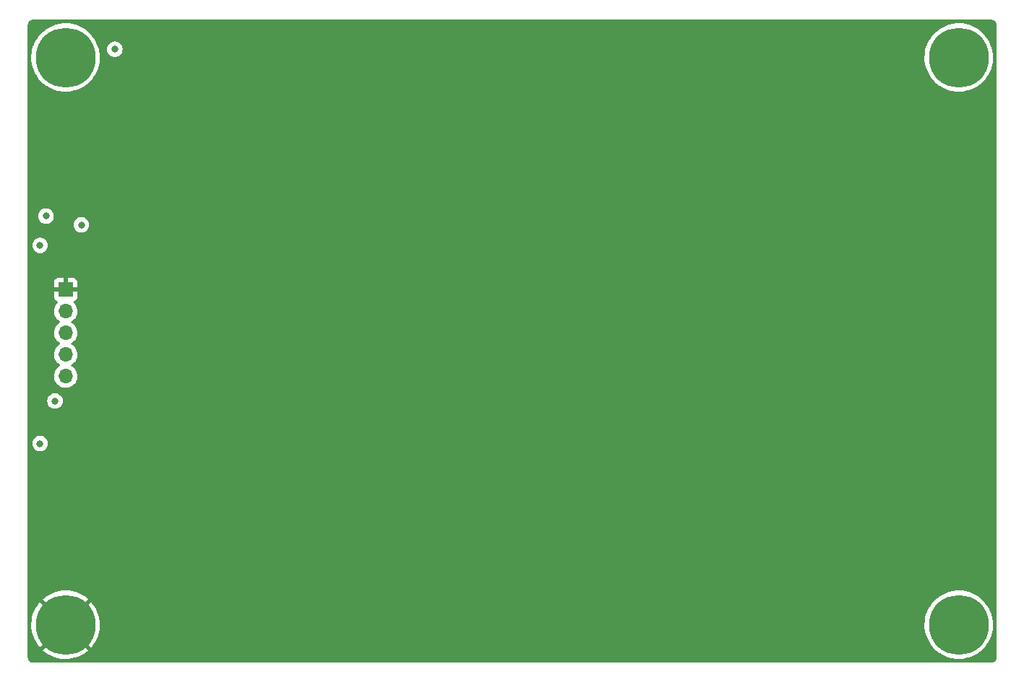
<source format=gbr>
%TF.GenerationSoftware,KiCad,Pcbnew,(6.0.7)*%
%TF.CreationDate,2022-11-11T00:25:46-08:00*%
%TF.ProjectId,LED_Board_s_,4c45445f-426f-4617-9264-5f735f2e6b69,rev?*%
%TF.SameCoordinates,Original*%
%TF.FileFunction,Copper,L4,Bot*%
%TF.FilePolarity,Positive*%
%FSLAX46Y46*%
G04 Gerber Fmt 4.6, Leading zero omitted, Abs format (unit mm)*
G04 Created by KiCad (PCBNEW (6.0.7)) date 2022-11-11 00:25:46*
%MOMM*%
%LPD*%
G01*
G04 APERTURE LIST*
%TA.AperFunction,ComponentPad*%
%ADD10C,0.800000*%
%TD*%
%TA.AperFunction,ComponentPad*%
%ADD11C,7.000000*%
%TD*%
%TA.AperFunction,ComponentPad*%
%ADD12R,1.700000X1.700000*%
%TD*%
%TA.AperFunction,ComponentPad*%
%ADD13O,1.700000X1.700000*%
%TD*%
%TA.AperFunction,ViaPad*%
%ADD14C,0.800000*%
%TD*%
G04 APERTURE END LIST*
D10*
%TO.P,H2,1,1*%
%TO.N,GND*%
X159482893Y-169872893D03*
X159482893Y-164622893D03*
X156857893Y-167247893D03*
D11*
X159482893Y-167247893D03*
D10*
X161339048Y-169104048D03*
X157626738Y-165391738D03*
X157626738Y-169104048D03*
X161339048Y-165391738D03*
X162107893Y-167247893D03*
%TD*%
D11*
%TO.P,H3,1*%
%TO.N,N/C*%
X264132893Y-100697893D03*
%TD*%
%TO.P,H4,1*%
%TO.N,N/C*%
X264132893Y-167247893D03*
%TD*%
%TO.P,H1,1*%
%TO.N,N/C*%
X159482893Y-100697893D03*
%TD*%
D12*
%TO.P,J1,1,Pin_1*%
%TO.N,GND*%
X159500000Y-127925000D03*
D13*
%TO.P,J1,2,Pin_2*%
%TO.N,/SDI*%
X159500000Y-130465000D03*
%TO.P,J1,3,Pin_3*%
%TO.N,/CKI*%
X159500000Y-133005000D03*
%TO.P,J1,4,Pin_4*%
%TO.N,VCC*%
X159500000Y-135545000D03*
%TO.P,J1,5,Pin_5*%
%TO.N,+5VD*%
X159500000Y-138085000D03*
%TD*%
D14*
%TO.N,/CKI*%
X157200000Y-119300000D03*
%TO.N,GND*%
X190500000Y-151750000D03*
X185500000Y-97750000D03*
X253250000Y-101500000D03*
X197500000Y-151750000D03*
X217500000Y-170250000D03*
X188000000Y-128250000D03*
X258000000Y-170250000D03*
X197250000Y-113500000D03*
X245500000Y-97750000D03*
X200750000Y-139750000D03*
X211250000Y-116500000D03*
X220500000Y-170250000D03*
X236500000Y-135250000D03*
X253000000Y-158750000D03*
X188000000Y-109250000D03*
X218250000Y-101500000D03*
X211500000Y-151750000D03*
X224500000Y-170250000D03*
X240250000Y-128250000D03*
X180500000Y-132250000D03*
X228750000Y-113500000D03*
X191000000Y-135250000D03*
X169250000Y-113500000D03*
X200750000Y-120750000D03*
X205500000Y-166500000D03*
X190500000Y-154750000D03*
X252500000Y-170250000D03*
X187000000Y-154750000D03*
X264500000Y-132250000D03*
X193750000Y-116500000D03*
X218250000Y-158750000D03*
X179000000Y-170250000D03*
X257750000Y-147250000D03*
X250500000Y-132250000D03*
X200750000Y-101500000D03*
X238000000Y-170250000D03*
X188000000Y-147250000D03*
X240000000Y-135250000D03*
X172750000Y-113500000D03*
X170000000Y-135250000D03*
X257500000Y-135250000D03*
X263750000Y-116500000D03*
X236000000Y-151750000D03*
X172000000Y-97750000D03*
X212000000Y-132250000D03*
X223000000Y-128250000D03*
X257000000Y-154750000D03*
X250000000Y-151750000D03*
X242000000Y-170250000D03*
X222500000Y-135250000D03*
X179750000Y-113500000D03*
X264500000Y-135250000D03*
X260250000Y-113500000D03*
X243000000Y-154750000D03*
X250500000Y-135250000D03*
X229000000Y-154750000D03*
X183000000Y-140000000D03*
X207750000Y-113500000D03*
X249000000Y-97750000D03*
X235500000Y-158750000D03*
X217500000Y-97750000D03*
X180000000Y-154750000D03*
X224500000Y-97750000D03*
X180500000Y-135250000D03*
X167000000Y-141000000D03*
X193750000Y-113500000D03*
X236000000Y-154750000D03*
X235750000Y-116500000D03*
X182500000Y-170250000D03*
X218500000Y-151750000D03*
X246250000Y-116500000D03*
X170000000Y-132250000D03*
X223000000Y-166500000D03*
X218500000Y-154750000D03*
X240250000Y-109250000D03*
X200750000Y-158750000D03*
X189500000Y-170250000D03*
X183250000Y-116500000D03*
X205000000Y-135250000D03*
X264000000Y-154750000D03*
X215000000Y-151750000D03*
X243000000Y-151750000D03*
X260500000Y-154750000D03*
X214000000Y-170250000D03*
X184000000Y-132250000D03*
X218250000Y-116500000D03*
X225500000Y-154750000D03*
X200000000Y-170250000D03*
X214750000Y-113500000D03*
X190250000Y-113500000D03*
X207750000Y-116500000D03*
X260500000Y-151750000D03*
X219000000Y-132250000D03*
X247000000Y-132250000D03*
X194500000Y-132250000D03*
X223000000Y-147250000D03*
X240250000Y-147250000D03*
X183250000Y-120750000D03*
X175500000Y-170250000D03*
X229500000Y-132250000D03*
X225250000Y-113500000D03*
X242750000Y-116500000D03*
X183500000Y-101500000D03*
X187500000Y-132250000D03*
X208500000Y-132250000D03*
X254000000Y-132250000D03*
X172750000Y-116500000D03*
X239500000Y-151750000D03*
X253250000Y-113500000D03*
X233000000Y-132250000D03*
X250000000Y-154750000D03*
X211500000Y-154750000D03*
X186750000Y-113500000D03*
X245500000Y-170250000D03*
X226000000Y-132250000D03*
X229000000Y-151750000D03*
X168250000Y-97750000D03*
X186000000Y-170250000D03*
X235750000Y-113500000D03*
X225250000Y-116500000D03*
X196500000Y-97750000D03*
X187000000Y-151750000D03*
X205000000Y-132250000D03*
X233000000Y-135250000D03*
X184000000Y-135250000D03*
X175500000Y-97750000D03*
X196500000Y-170250000D03*
X165000000Y-97750000D03*
X193000000Y-170250000D03*
X240500000Y-166500000D03*
X205500000Y-109250000D03*
X176500000Y-151750000D03*
X257500000Y-132250000D03*
X203250000Y-170250000D03*
X169500000Y-151750000D03*
X193000000Y-97750000D03*
X226000000Y-135250000D03*
X208000000Y-151750000D03*
X183500000Y-151750000D03*
X170750000Y-128000000D03*
X166000000Y-120750000D03*
X246500000Y-151750000D03*
X218000000Y-139750000D03*
X194000000Y-154750000D03*
X228000000Y-170250000D03*
X211250000Y-113500000D03*
X249750000Y-116500000D03*
X204250000Y-113500000D03*
X257500000Y-166250000D03*
X173500000Y-132250000D03*
X215500000Y-132250000D03*
X264000000Y-151750000D03*
X179750000Y-116500000D03*
X246500000Y-154750000D03*
X200000000Y-97750000D03*
X205500000Y-128250000D03*
X177000000Y-132250000D03*
X183250000Y-158750000D03*
X232250000Y-113500000D03*
X240000000Y-132250000D03*
X239500000Y-154750000D03*
X214750000Y-116500000D03*
X200750000Y-116500000D03*
X168500000Y-170250000D03*
X173500000Y-135250000D03*
X180000000Y-151750000D03*
X186750000Y-116500000D03*
X173000000Y-154750000D03*
X208000000Y-154750000D03*
X194500000Y-135250000D03*
X256750000Y-113500000D03*
X242750000Y-113500000D03*
X176250000Y-113500000D03*
X222000000Y-154750000D03*
X207000000Y-97750000D03*
X170500000Y-166500000D03*
X239250000Y-116500000D03*
X260250000Y-116500000D03*
X222500000Y-132250000D03*
X263750000Y-113500000D03*
X215000000Y-154750000D03*
X201500000Y-132250000D03*
X222000000Y-151750000D03*
X221000000Y-97750000D03*
X212000000Y-135250000D03*
X232250000Y-116500000D03*
X232500000Y-154750000D03*
X231500000Y-97750000D03*
X218250000Y-113500000D03*
X210500000Y-170250000D03*
X169250000Y-116500000D03*
X257000000Y-151750000D03*
X238000000Y-97750000D03*
X225500000Y-151750000D03*
X201500000Y-135250000D03*
X207000000Y-170250000D03*
X204500000Y-151750000D03*
X182500000Y-97750000D03*
X204250000Y-116500000D03*
X208500000Y-135250000D03*
X159500000Y-125000000D03*
X253000000Y-120750000D03*
X247000000Y-135250000D03*
X190250000Y-116500000D03*
X222750000Y-109250000D03*
X249750000Y-113500000D03*
X198000000Y-132250000D03*
X255500000Y-170250000D03*
X177000000Y-135250000D03*
X172000000Y-170250000D03*
X210500000Y-97750000D03*
X201000000Y-151750000D03*
X228750000Y-116500000D03*
X249000000Y-170250000D03*
X179000000Y-97750000D03*
X253250000Y-116500000D03*
X191000000Y-132250000D03*
X176500000Y-154750000D03*
X214000000Y-97750000D03*
X236500000Y-132250000D03*
X197500000Y-154750000D03*
X243500000Y-135250000D03*
X228000000Y-97750000D03*
X165000000Y-170250000D03*
X261000000Y-132250000D03*
X235500000Y-139750000D03*
X183500000Y-154750000D03*
X254000000Y-135250000D03*
X215500000Y-135250000D03*
X219000000Y-135250000D03*
X197250000Y-116500000D03*
X188000000Y-166500000D03*
X221750000Y-113500000D03*
X198000000Y-135250000D03*
X242000000Y-97750000D03*
X194000000Y-151750000D03*
X235000000Y-170250000D03*
X257750000Y-128250000D03*
X205500000Y-147250000D03*
X218250000Y-120750000D03*
X173000000Y-151750000D03*
X201000000Y-154750000D03*
X261000000Y-135250000D03*
X243500000Y-132250000D03*
X232500000Y-151750000D03*
X204500000Y-154750000D03*
X252500000Y-97750000D03*
X187500000Y-135250000D03*
X253250000Y-139750000D03*
X189500000Y-97750000D03*
X170500000Y-109250000D03*
X235000000Y-97750000D03*
X200750000Y-113500000D03*
X257750000Y-109000000D03*
X255500000Y-97750000D03*
X183250000Y-113500000D03*
X166000000Y-101500000D03*
X229500000Y-135250000D03*
X176250000Y-116500000D03*
X235500000Y-101500000D03*
X256750000Y-116500000D03*
X169500000Y-154750000D03*
X170750000Y-147500000D03*
X231500000Y-170250000D03*
X166000000Y-158500000D03*
X203000000Y-97750000D03*
X253500000Y-151750000D03*
X246250000Y-113500000D03*
X235500000Y-120750000D03*
X221750000Y-116500000D03*
X239250000Y-113500000D03*
X253500000Y-154750000D03*
%TO.N,/SDI_M*%
X165264607Y-99735393D03*
X156500000Y-122750000D03*
X156500000Y-146000000D03*
%TO.N,/CKI_M*%
X161343750Y-120343750D03*
X158250000Y-141000000D03*
%TD*%
%TA.AperFunction,Conductor*%
%TO.N,GND*%
G36*
X268027915Y-96282893D02*
G01*
X268042750Y-96285203D01*
X268042751Y-96285203D01*
X268051621Y-96286584D01*
X268060524Y-96285420D01*
X268060526Y-96285420D01*
X268060650Y-96285404D01*
X268091088Y-96285133D01*
X268123951Y-96288835D01*
X268153158Y-96292126D01*
X268180666Y-96298404D01*
X268257756Y-96325379D01*
X268283176Y-96337620D01*
X268352326Y-96381069D01*
X268374386Y-96398661D01*
X268432135Y-96456409D01*
X268449727Y-96478469D01*
X268493178Y-96547621D01*
X268505420Y-96573041D01*
X268532393Y-96650124D01*
X268538672Y-96677632D01*
X268544919Y-96733072D01*
X268544611Y-96748764D01*
X268545693Y-96748777D01*
X268545584Y-96757746D01*
X268544202Y-96766621D01*
X268548110Y-96796504D01*
X268548329Y-96798180D01*
X268549393Y-96814518D01*
X268549393Y-171123530D01*
X268547893Y-171142915D01*
X268545583Y-171157748D01*
X268545583Y-171157752D01*
X268544202Y-171166621D01*
X268545382Y-171175646D01*
X268545654Y-171206081D01*
X268538661Y-171268154D01*
X268538661Y-171268155D01*
X268532382Y-171295664D01*
X268505408Y-171372752D01*
X268493169Y-171398168D01*
X268449714Y-171467325D01*
X268432125Y-171489380D01*
X268374380Y-171547125D01*
X268352325Y-171564714D01*
X268283168Y-171608169D01*
X268257752Y-171620408D01*
X268180664Y-171647382D01*
X268153159Y-171653660D01*
X268097673Y-171659912D01*
X268082036Y-171659245D01*
X268082018Y-171660694D01*
X268073047Y-171660584D01*
X268064173Y-171659202D01*
X268055270Y-171660366D01*
X268055263Y-171660366D01*
X268032603Y-171663329D01*
X268016267Y-171664393D01*
X155607263Y-171664393D01*
X155587876Y-171662893D01*
X155573043Y-171660583D01*
X155573042Y-171660583D01*
X155564173Y-171659202D01*
X155555271Y-171660366D01*
X155555269Y-171660366D01*
X155555153Y-171660381D01*
X155524704Y-171660652D01*
X155462633Y-171653657D01*
X155435127Y-171647379D01*
X155358045Y-171620406D01*
X155332626Y-171608165D01*
X155302885Y-171589478D01*
X155263476Y-171564716D01*
X155241417Y-171547124D01*
X155183671Y-171489376D01*
X155166080Y-171467317D01*
X155122633Y-171398170D01*
X155110392Y-171372750D01*
X155083418Y-171295663D01*
X155077139Y-171268154D01*
X155076260Y-171260347D01*
X155070877Y-171212567D01*
X155070094Y-171196922D01*
X155070203Y-171188046D01*
X155071584Y-171179173D01*
X155070420Y-171170270D01*
X155070420Y-171170265D01*
X155067457Y-171147603D01*
X155066393Y-171131267D01*
X155066393Y-170258500D01*
X156837826Y-170258500D01*
X156837881Y-170259279D01*
X156843235Y-170267329D01*
X156879853Y-170301714D01*
X156884531Y-170305696D01*
X157190279Y-170541153D01*
X157195322Y-170544658D01*
X157522587Y-170749155D01*
X157527944Y-170752149D01*
X157873602Y-170923736D01*
X157879242Y-170926200D01*
X158239969Y-171063227D01*
X158245841Y-171065135D01*
X158618237Y-171166313D01*
X158624214Y-171167627D01*
X159004736Y-171231988D01*
X159010822Y-171232713D01*
X159395789Y-171259633D01*
X159401925Y-171259761D01*
X159787680Y-171248986D01*
X159793811Y-171248514D01*
X160176648Y-171200150D01*
X160182721Y-171199080D01*
X160559028Y-171113585D01*
X160564943Y-171111933D01*
X160931108Y-170990127D01*
X160936842Y-170987903D01*
X161289390Y-170830939D01*
X161294859Y-170828176D01*
X161630409Y-170637557D01*
X161635583Y-170634273D01*
X161950927Y-170411822D01*
X161955765Y-170408042D01*
X162118133Y-170267891D01*
X162126548Y-170254851D01*
X162120609Y-170244819D01*
X159495705Y-167619915D01*
X159481761Y-167612301D01*
X159479928Y-167612432D01*
X159473313Y-167616683D01*
X156845440Y-170244556D01*
X156837826Y-170258500D01*
X155066393Y-170258500D01*
X155066393Y-167194954D01*
X155470558Y-167194954D01*
X155484025Y-167580599D01*
X155484540Y-167586731D01*
X155535578Y-167969240D01*
X155536685Y-167975276D01*
X155624806Y-168350983D01*
X155626501Y-168356893D01*
X155750861Y-168722199D01*
X155753128Y-168727924D01*
X155912536Y-169079337D01*
X155915358Y-169084827D01*
X156108300Y-169419012D01*
X156111630Y-169424180D01*
X156336268Y-169737952D01*
X156340090Y-169742774D01*
X156462926Y-169883088D01*
X156476140Y-169891486D01*
X156485936Y-169885640D01*
X159110871Y-167260705D01*
X159117249Y-167249025D01*
X159847301Y-167249025D01*
X159847432Y-167250858D01*
X159851683Y-167257473D01*
X162480257Y-169886047D01*
X162494201Y-169893661D01*
X162495216Y-169893589D01*
X162502947Y-169888486D01*
X162518460Y-169872195D01*
X162522488Y-169867530D01*
X162760061Y-169563451D01*
X162763615Y-169558411D01*
X162970379Y-169232605D01*
X162973422Y-169227249D01*
X163147413Y-168882803D01*
X163149909Y-168877199D01*
X163289461Y-168517411D01*
X163291402Y-168511577D01*
X163395181Y-168139881D01*
X163396537Y-168133910D01*
X163463553Y-167753852D01*
X163464320Y-167747779D01*
X163494012Y-167361893D01*
X163494189Y-167357978D01*
X163495699Y-167249867D01*
X163495631Y-167245923D01*
X163492987Y-167191858D01*
X260119950Y-167191858D01*
X260133634Y-167583720D01*
X260134040Y-167586764D01*
X260134041Y-167586774D01*
X260137465Y-167612432D01*
X260185492Y-167972377D01*
X260275029Y-168354118D01*
X260401389Y-168725300D01*
X260563368Y-169082380D01*
X260759418Y-169421949D01*
X260761207Y-169424447D01*
X260761209Y-169424451D01*
X260985654Y-169737952D01*
X260987669Y-169740767D01*
X260989695Y-169743082D01*
X260989698Y-169743085D01*
X261119614Y-169891486D01*
X261245942Y-170035789D01*
X261531771Y-170304201D01*
X261669730Y-170410443D01*
X261839461Y-170541153D01*
X261842429Y-170543439D01*
X261845032Y-170545066D01*
X261845037Y-170545069D01*
X261964469Y-170619698D01*
X262174949Y-170751221D01*
X262526159Y-170925563D01*
X262892705Y-171064800D01*
X263271088Y-171167605D01*
X263506176Y-171207367D01*
X263654676Y-171232484D01*
X263654679Y-171232484D01*
X263657698Y-171232995D01*
X263812337Y-171243809D01*
X264045778Y-171260133D01*
X264045786Y-171260133D01*
X264048844Y-171260347D01*
X264300930Y-171253306D01*
X264437718Y-171249485D01*
X264437721Y-171249485D01*
X264440792Y-171249399D01*
X264443845Y-171249013D01*
X264443849Y-171249013D01*
X264585469Y-171231122D01*
X264829801Y-171200255D01*
X264832805Y-171199573D01*
X264832808Y-171199572D01*
X265209162Y-171114067D01*
X265209168Y-171114065D01*
X265212158Y-171113386D01*
X265216526Y-171111933D01*
X265581289Y-170990593D01*
X265581295Y-170990591D01*
X265584213Y-170989620D01*
X265587023Y-170988369D01*
X265939615Y-170831385D01*
X265939621Y-170831382D01*
X265942415Y-170830138D01*
X265945869Y-170828176D01*
X266280677Y-170637979D01*
X266280683Y-170637976D01*
X266283345Y-170636463D01*
X266603748Y-170410443D01*
X266729283Y-170302085D01*
X266898240Y-170156246D01*
X266898244Y-170156242D01*
X266900567Y-170154237D01*
X267170967Y-169870288D01*
X267412368Y-169561308D01*
X267622467Y-169230247D01*
X267623982Y-169227249D01*
X267797870Y-168883006D01*
X267799256Y-168880263D01*
X267800366Y-168877402D01*
X267939934Y-168517574D01*
X267939937Y-168517565D01*
X267941049Y-168514698D01*
X268046493Y-168137041D01*
X268114581Y-167750897D01*
X268127681Y-167580640D01*
X268144512Y-167361906D01*
X268144513Y-167361893D01*
X268144662Y-167359952D01*
X268146227Y-167247893D01*
X268145759Y-167238313D01*
X268135877Y-167036268D01*
X268127073Y-166856260D01*
X268069794Y-166468366D01*
X267974936Y-166087912D01*
X267954903Y-166031651D01*
X267844437Y-165721429D01*
X267843405Y-165718530D01*
X267676457Y-165363747D01*
X267674890Y-165361118D01*
X267674885Y-165361109D01*
X267477254Y-165029582D01*
X267475684Y-165026948D01*
X267473870Y-165024488D01*
X267473865Y-165024480D01*
X267244826Y-164713819D01*
X267244824Y-164713816D01*
X267243004Y-164711348D01*
X266980637Y-164419961D01*
X266691088Y-164155566D01*
X266377121Y-163920688D01*
X266328908Y-163891489D01*
X266044360Y-163719160D01*
X266044351Y-163719155D01*
X266041732Y-163717569D01*
X265688122Y-163548148D01*
X265685232Y-163547096D01*
X265685227Y-163547094D01*
X265322567Y-163415097D01*
X265322564Y-163415096D01*
X265319668Y-163414042D01*
X264944778Y-163317786D01*
X264942870Y-163317296D01*
X264942867Y-163317295D01*
X264939886Y-163316530D01*
X264552401Y-163256544D01*
X264160911Y-163234657D01*
X264157832Y-163234786D01*
X264157829Y-163234786D01*
X263902081Y-163245505D01*
X263769154Y-163251076D01*
X263766110Y-163251504D01*
X263766108Y-163251504D01*
X263555671Y-163281079D01*
X263380869Y-163305646D01*
X262999762Y-163397846D01*
X262629472Y-163526795D01*
X262273531Y-163691262D01*
X261935339Y-163889678D01*
X261775337Y-164005926D01*
X261620604Y-164118346D01*
X261620598Y-164118351D01*
X261618123Y-164120149D01*
X261615837Y-164122178D01*
X261615834Y-164122181D01*
X261575468Y-164158020D01*
X261324910Y-164380476D01*
X261322831Y-164382721D01*
X261322824Y-164382728D01*
X261113268Y-164609029D01*
X261058501Y-164668172D01*
X260821437Y-164980492D01*
X260615982Y-165314455D01*
X260444096Y-165666873D01*
X260443024Y-165669757D01*
X260443023Y-165669758D01*
X260425850Y-165715936D01*
X260307420Y-166034382D01*
X260207260Y-166413474D01*
X260144570Y-166800531D01*
X260144376Y-166803611D01*
X260144376Y-166803613D01*
X260140871Y-166859333D01*
X260119950Y-167191858D01*
X163492987Y-167191858D01*
X163476725Y-166859382D01*
X163476124Y-166853258D01*
X163419755Y-166471524D01*
X163418555Y-166465462D01*
X163325205Y-166091058D01*
X163323420Y-166085143D01*
X163193975Y-165721620D01*
X163191632Y-165715936D01*
X163027327Y-165366770D01*
X163024438Y-165361336D01*
X162826848Y-165029876D01*
X162823440Y-165024746D01*
X162594440Y-164714137D01*
X162590560Y-164709380D01*
X162503211Y-164612368D01*
X162489690Y-164604038D01*
X162489613Y-164604039D01*
X162480327Y-164609669D01*
X159854915Y-167235081D01*
X159847301Y-167249025D01*
X159117249Y-167249025D01*
X159118485Y-167246761D01*
X159118354Y-167244928D01*
X159114103Y-167238313D01*
X156486795Y-164611005D01*
X156472851Y-164603391D01*
X156472305Y-164603430D01*
X156463948Y-164609029D01*
X156410970Y-164666240D01*
X156407025Y-164670942D01*
X156173714Y-164978319D01*
X156170236Y-164983397D01*
X155968034Y-165312072D01*
X155965069Y-165317465D01*
X155795907Y-165664299D01*
X155793481Y-165669957D01*
X155658969Y-166031651D01*
X155657111Y-166037508D01*
X155558533Y-166410611D01*
X155557258Y-166416611D01*
X155495560Y-166797541D01*
X155494873Y-166803669D01*
X155470644Y-167188779D01*
X155470558Y-167194954D01*
X155066393Y-167194954D01*
X155066393Y-164241207D01*
X156839227Y-164241207D01*
X156844977Y-164250767D01*
X159470081Y-166875871D01*
X159484025Y-166883485D01*
X159485858Y-166883354D01*
X159492473Y-166879103D01*
X162119356Y-164252220D01*
X162126970Y-164238276D01*
X162126948Y-164237965D01*
X162121097Y-164229299D01*
X162043036Y-164158020D01*
X162038309Y-164154110D01*
X161729312Y-163922952D01*
X161724206Y-163919507D01*
X161394128Y-163719604D01*
X161388715Y-163716677D01*
X161040701Y-163549937D01*
X161035034Y-163547555D01*
X160672419Y-163415575D01*
X160666531Y-163413753D01*
X160292769Y-163317786D01*
X160286747Y-163316550D01*
X159905378Y-163257511D01*
X159899290Y-163256871D01*
X159513978Y-163235329D01*
X159507826Y-163235286D01*
X159122280Y-163251445D01*
X159116154Y-163252002D01*
X158734016Y-163305708D01*
X158727963Y-163306863D01*
X158352893Y-163397602D01*
X158346996Y-163399338D01*
X157982574Y-163526243D01*
X157976861Y-163528551D01*
X157626560Y-163690412D01*
X157621106Y-163693264D01*
X157288269Y-163888539D01*
X157283121Y-163891908D01*
X156970918Y-164118736D01*
X156966140Y-164122577D01*
X156847604Y-164227819D01*
X156839227Y-164241207D01*
X155066393Y-164241207D01*
X155066393Y-146000000D01*
X155586496Y-146000000D01*
X155606458Y-146189928D01*
X155665473Y-146371556D01*
X155760960Y-146536944D01*
X155888747Y-146678866D01*
X156043248Y-146791118D01*
X156049276Y-146793802D01*
X156049278Y-146793803D01*
X156211681Y-146866109D01*
X156217712Y-146868794D01*
X156311113Y-146888647D01*
X156398056Y-146907128D01*
X156398061Y-146907128D01*
X156404513Y-146908500D01*
X156595487Y-146908500D01*
X156601939Y-146907128D01*
X156601944Y-146907128D01*
X156688887Y-146888647D01*
X156782288Y-146868794D01*
X156788319Y-146866109D01*
X156950722Y-146793803D01*
X156950724Y-146793802D01*
X156956752Y-146791118D01*
X157111253Y-146678866D01*
X157239040Y-146536944D01*
X157334527Y-146371556D01*
X157393542Y-146189928D01*
X157413504Y-146000000D01*
X157393542Y-145810072D01*
X157334527Y-145628444D01*
X157239040Y-145463056D01*
X157111253Y-145321134D01*
X156956752Y-145208882D01*
X156950724Y-145206198D01*
X156950722Y-145206197D01*
X156788319Y-145133891D01*
X156788318Y-145133891D01*
X156782288Y-145131206D01*
X156688888Y-145111353D01*
X156601944Y-145092872D01*
X156601939Y-145092872D01*
X156595487Y-145091500D01*
X156404513Y-145091500D01*
X156398061Y-145092872D01*
X156398056Y-145092872D01*
X156311112Y-145111353D01*
X156217712Y-145131206D01*
X156211682Y-145133891D01*
X156211681Y-145133891D01*
X156049278Y-145206197D01*
X156049276Y-145206198D01*
X156043248Y-145208882D01*
X155888747Y-145321134D01*
X155760960Y-145463056D01*
X155665473Y-145628444D01*
X155606458Y-145810072D01*
X155586496Y-146000000D01*
X155066393Y-146000000D01*
X155066393Y-141000000D01*
X157336496Y-141000000D01*
X157356458Y-141189928D01*
X157415473Y-141371556D01*
X157510960Y-141536944D01*
X157638747Y-141678866D01*
X157793248Y-141791118D01*
X157799276Y-141793802D01*
X157799278Y-141793803D01*
X157961681Y-141866109D01*
X157967712Y-141868794D01*
X158061112Y-141888647D01*
X158148056Y-141907128D01*
X158148061Y-141907128D01*
X158154513Y-141908500D01*
X158345487Y-141908500D01*
X158351939Y-141907128D01*
X158351944Y-141907128D01*
X158438888Y-141888647D01*
X158532288Y-141868794D01*
X158538319Y-141866109D01*
X158700722Y-141793803D01*
X158700724Y-141793802D01*
X158706752Y-141791118D01*
X158861253Y-141678866D01*
X158989040Y-141536944D01*
X159084527Y-141371556D01*
X159143542Y-141189928D01*
X159163504Y-141000000D01*
X159143542Y-140810072D01*
X159084527Y-140628444D01*
X158989040Y-140463056D01*
X158861253Y-140321134D01*
X158706752Y-140208882D01*
X158700724Y-140206198D01*
X158700722Y-140206197D01*
X158538319Y-140133891D01*
X158538318Y-140133891D01*
X158532288Y-140131206D01*
X158438888Y-140111353D01*
X158351944Y-140092872D01*
X158351939Y-140092872D01*
X158345487Y-140091500D01*
X158154513Y-140091500D01*
X158148061Y-140092872D01*
X158148056Y-140092872D01*
X158061112Y-140111353D01*
X157967712Y-140131206D01*
X157961682Y-140133891D01*
X157961681Y-140133891D01*
X157799278Y-140206197D01*
X157799276Y-140206198D01*
X157793248Y-140208882D01*
X157638747Y-140321134D01*
X157510960Y-140463056D01*
X157415473Y-140628444D01*
X157356458Y-140810072D01*
X157336496Y-141000000D01*
X155066393Y-141000000D01*
X155066393Y-138051695D01*
X158137251Y-138051695D01*
X158137548Y-138056848D01*
X158137548Y-138056851D01*
X158143011Y-138151590D01*
X158150110Y-138274715D01*
X158151247Y-138279761D01*
X158151248Y-138279767D01*
X158171119Y-138367939D01*
X158199222Y-138492639D01*
X158283266Y-138699616D01*
X158399987Y-138890088D01*
X158546250Y-139058938D01*
X158718126Y-139201632D01*
X158911000Y-139314338D01*
X159119692Y-139394030D01*
X159124760Y-139395061D01*
X159124763Y-139395062D01*
X159232017Y-139416883D01*
X159338597Y-139438567D01*
X159343772Y-139438757D01*
X159343774Y-139438757D01*
X159556673Y-139446564D01*
X159556677Y-139446564D01*
X159561837Y-139446753D01*
X159566957Y-139446097D01*
X159566959Y-139446097D01*
X159778288Y-139419025D01*
X159778289Y-139419025D01*
X159783416Y-139418368D01*
X159788366Y-139416883D01*
X159992429Y-139355661D01*
X159992434Y-139355659D01*
X159997384Y-139354174D01*
X160197994Y-139255896D01*
X160379860Y-139126173D01*
X160538096Y-138968489D01*
X160597594Y-138885689D01*
X160665435Y-138791277D01*
X160668453Y-138787077D01*
X160767430Y-138586811D01*
X160832370Y-138373069D01*
X160861529Y-138151590D01*
X160863156Y-138085000D01*
X160844852Y-137862361D01*
X160790431Y-137645702D01*
X160701354Y-137440840D01*
X160580014Y-137253277D01*
X160429670Y-137088051D01*
X160425619Y-137084852D01*
X160425615Y-137084848D01*
X160258414Y-136952800D01*
X160258410Y-136952798D01*
X160254359Y-136949598D01*
X160213053Y-136926796D01*
X160163084Y-136876364D01*
X160148312Y-136806921D01*
X160173428Y-136740516D01*
X160200780Y-136713909D01*
X160244603Y-136682650D01*
X160379860Y-136586173D01*
X160538096Y-136428489D01*
X160597594Y-136345689D01*
X160665435Y-136251277D01*
X160668453Y-136247077D01*
X160767430Y-136046811D01*
X160832370Y-135833069D01*
X160861529Y-135611590D01*
X160863156Y-135545000D01*
X160844852Y-135322361D01*
X160790431Y-135105702D01*
X160701354Y-134900840D01*
X160580014Y-134713277D01*
X160429670Y-134548051D01*
X160425619Y-134544852D01*
X160425615Y-134544848D01*
X160258414Y-134412800D01*
X160258410Y-134412798D01*
X160254359Y-134409598D01*
X160213053Y-134386796D01*
X160163084Y-134336364D01*
X160148312Y-134266921D01*
X160173428Y-134200516D01*
X160200780Y-134173909D01*
X160244603Y-134142650D01*
X160379860Y-134046173D01*
X160538096Y-133888489D01*
X160597594Y-133805689D01*
X160665435Y-133711277D01*
X160668453Y-133707077D01*
X160767430Y-133506811D01*
X160832370Y-133293069D01*
X160861529Y-133071590D01*
X160863156Y-133005000D01*
X160844852Y-132782361D01*
X160790431Y-132565702D01*
X160701354Y-132360840D01*
X160580014Y-132173277D01*
X160429670Y-132008051D01*
X160425619Y-132004852D01*
X160425615Y-132004848D01*
X160258414Y-131872800D01*
X160258410Y-131872798D01*
X160254359Y-131869598D01*
X160213053Y-131846796D01*
X160163084Y-131796364D01*
X160148312Y-131726921D01*
X160173428Y-131660516D01*
X160200780Y-131633909D01*
X160244603Y-131602650D01*
X160379860Y-131506173D01*
X160538096Y-131348489D01*
X160597594Y-131265689D01*
X160665435Y-131171277D01*
X160668453Y-131167077D01*
X160767430Y-130966811D01*
X160832370Y-130753069D01*
X160861529Y-130531590D01*
X160863156Y-130465000D01*
X160844852Y-130242361D01*
X160790431Y-130025702D01*
X160701354Y-129820840D01*
X160580014Y-129633277D01*
X160576540Y-129629459D01*
X160576533Y-129629450D01*
X160432435Y-129471088D01*
X160401383Y-129407242D01*
X160409779Y-129336744D01*
X160454956Y-129281976D01*
X160481400Y-129268307D01*
X160588052Y-129228325D01*
X160603649Y-129219786D01*
X160705724Y-129143285D01*
X160718285Y-129130724D01*
X160794786Y-129028649D01*
X160803324Y-129013054D01*
X160848478Y-128892606D01*
X160852105Y-128877351D01*
X160857631Y-128826486D01*
X160858000Y-128819672D01*
X160858000Y-128197115D01*
X160853525Y-128181876D01*
X160852135Y-128180671D01*
X160844452Y-128179000D01*
X158160116Y-128179000D01*
X158144877Y-128183475D01*
X158143672Y-128184865D01*
X158142001Y-128192548D01*
X158142001Y-128819669D01*
X158142371Y-128826490D01*
X158147895Y-128877352D01*
X158151521Y-128892604D01*
X158196676Y-129013054D01*
X158205214Y-129028649D01*
X158281715Y-129130724D01*
X158294276Y-129143285D01*
X158396351Y-129219786D01*
X158411946Y-129228324D01*
X158520827Y-129269142D01*
X158577591Y-129311784D01*
X158602291Y-129378345D01*
X158587083Y-129447694D01*
X158567691Y-129474175D01*
X158444200Y-129603401D01*
X158440629Y-129607138D01*
X158314743Y-129791680D01*
X158220688Y-129994305D01*
X158160989Y-130209570D01*
X158137251Y-130431695D01*
X158137548Y-130436848D01*
X158137548Y-130436851D01*
X158143011Y-130531590D01*
X158150110Y-130654715D01*
X158151247Y-130659761D01*
X158151248Y-130659767D01*
X158171119Y-130747939D01*
X158199222Y-130872639D01*
X158283266Y-131079616D01*
X158399987Y-131270088D01*
X158546250Y-131438938D01*
X158718126Y-131581632D01*
X158788595Y-131622811D01*
X158791445Y-131624476D01*
X158840169Y-131676114D01*
X158853240Y-131745897D01*
X158826509Y-131811669D01*
X158786055Y-131845027D01*
X158773607Y-131851507D01*
X158769474Y-131854610D01*
X158769471Y-131854612D01*
X158745247Y-131872800D01*
X158594965Y-131985635D01*
X158440629Y-132147138D01*
X158314743Y-132331680D01*
X158220688Y-132534305D01*
X158160989Y-132749570D01*
X158137251Y-132971695D01*
X158137548Y-132976848D01*
X158137548Y-132976851D01*
X158143011Y-133071590D01*
X158150110Y-133194715D01*
X158151247Y-133199761D01*
X158151248Y-133199767D01*
X158171119Y-133287939D01*
X158199222Y-133412639D01*
X158283266Y-133619616D01*
X158399987Y-133810088D01*
X158546250Y-133978938D01*
X158718126Y-134121632D01*
X158788595Y-134162811D01*
X158791445Y-134164476D01*
X158840169Y-134216114D01*
X158853240Y-134285897D01*
X158826509Y-134351669D01*
X158786055Y-134385027D01*
X158773607Y-134391507D01*
X158769474Y-134394610D01*
X158769471Y-134394612D01*
X158745247Y-134412800D01*
X158594965Y-134525635D01*
X158440629Y-134687138D01*
X158314743Y-134871680D01*
X158220688Y-135074305D01*
X158160989Y-135289570D01*
X158137251Y-135511695D01*
X158137548Y-135516848D01*
X158137548Y-135516851D01*
X158143011Y-135611590D01*
X158150110Y-135734715D01*
X158151247Y-135739761D01*
X158151248Y-135739767D01*
X158171119Y-135827939D01*
X158199222Y-135952639D01*
X158283266Y-136159616D01*
X158399987Y-136350088D01*
X158546250Y-136518938D01*
X158718126Y-136661632D01*
X158788595Y-136702811D01*
X158791445Y-136704476D01*
X158840169Y-136756114D01*
X158853240Y-136825897D01*
X158826509Y-136891669D01*
X158786055Y-136925027D01*
X158773607Y-136931507D01*
X158769474Y-136934610D01*
X158769471Y-136934612D01*
X158745247Y-136952800D01*
X158594965Y-137065635D01*
X158440629Y-137227138D01*
X158314743Y-137411680D01*
X158220688Y-137614305D01*
X158160989Y-137829570D01*
X158137251Y-138051695D01*
X155066393Y-138051695D01*
X155066393Y-127652885D01*
X158142000Y-127652885D01*
X158146475Y-127668124D01*
X158147865Y-127669329D01*
X158155548Y-127671000D01*
X159227885Y-127671000D01*
X159243124Y-127666525D01*
X159244329Y-127665135D01*
X159246000Y-127657452D01*
X159246000Y-127652885D01*
X159754000Y-127652885D01*
X159758475Y-127668124D01*
X159759865Y-127669329D01*
X159767548Y-127671000D01*
X160839884Y-127671000D01*
X160855123Y-127666525D01*
X160856328Y-127665135D01*
X160857999Y-127657452D01*
X160857999Y-127030331D01*
X160857629Y-127023510D01*
X160852105Y-126972648D01*
X160848479Y-126957396D01*
X160803324Y-126836946D01*
X160794786Y-126821351D01*
X160718285Y-126719276D01*
X160705724Y-126706715D01*
X160603649Y-126630214D01*
X160588054Y-126621676D01*
X160467606Y-126576522D01*
X160452351Y-126572895D01*
X160401486Y-126567369D01*
X160394672Y-126567000D01*
X159772115Y-126567000D01*
X159756876Y-126571475D01*
X159755671Y-126572865D01*
X159754000Y-126580548D01*
X159754000Y-127652885D01*
X159246000Y-127652885D01*
X159246000Y-126585116D01*
X159241525Y-126569877D01*
X159240135Y-126568672D01*
X159232452Y-126567001D01*
X158605331Y-126567001D01*
X158598510Y-126567371D01*
X158547648Y-126572895D01*
X158532396Y-126576521D01*
X158411946Y-126621676D01*
X158396351Y-126630214D01*
X158294276Y-126706715D01*
X158281715Y-126719276D01*
X158205214Y-126821351D01*
X158196676Y-126836946D01*
X158151522Y-126957394D01*
X158147895Y-126972649D01*
X158142369Y-127023514D01*
X158142000Y-127030328D01*
X158142000Y-127652885D01*
X155066393Y-127652885D01*
X155066393Y-122750000D01*
X155586496Y-122750000D01*
X155606458Y-122939928D01*
X155665473Y-123121556D01*
X155760960Y-123286944D01*
X155888747Y-123428866D01*
X156043248Y-123541118D01*
X156049276Y-123543802D01*
X156049278Y-123543803D01*
X156211681Y-123616109D01*
X156217712Y-123618794D01*
X156311112Y-123638647D01*
X156398056Y-123657128D01*
X156398061Y-123657128D01*
X156404513Y-123658500D01*
X156595487Y-123658500D01*
X156601939Y-123657128D01*
X156601944Y-123657128D01*
X156688888Y-123638647D01*
X156782288Y-123618794D01*
X156788319Y-123616109D01*
X156950722Y-123543803D01*
X156950724Y-123543802D01*
X156956752Y-123541118D01*
X157111253Y-123428866D01*
X157239040Y-123286944D01*
X157334527Y-123121556D01*
X157393542Y-122939928D01*
X157413504Y-122750000D01*
X157393542Y-122560072D01*
X157334527Y-122378444D01*
X157239040Y-122213056D01*
X157111253Y-122071134D01*
X156956752Y-121958882D01*
X156950724Y-121956198D01*
X156950722Y-121956197D01*
X156788319Y-121883891D01*
X156788318Y-121883891D01*
X156782288Y-121881206D01*
X156688888Y-121861353D01*
X156601944Y-121842872D01*
X156601939Y-121842872D01*
X156595487Y-121841500D01*
X156404513Y-121841500D01*
X156398061Y-121842872D01*
X156398056Y-121842872D01*
X156311112Y-121861353D01*
X156217712Y-121881206D01*
X156211682Y-121883891D01*
X156211681Y-121883891D01*
X156049278Y-121956197D01*
X156049276Y-121956198D01*
X156043248Y-121958882D01*
X155888747Y-122071134D01*
X155760960Y-122213056D01*
X155665473Y-122378444D01*
X155606458Y-122560072D01*
X155586496Y-122750000D01*
X155066393Y-122750000D01*
X155066393Y-120343750D01*
X160430246Y-120343750D01*
X160450208Y-120533678D01*
X160509223Y-120715306D01*
X160604710Y-120880694D01*
X160732497Y-121022616D01*
X160886998Y-121134868D01*
X160893026Y-121137552D01*
X160893028Y-121137553D01*
X161055431Y-121209859D01*
X161061462Y-121212544D01*
X161154862Y-121232397D01*
X161241806Y-121250878D01*
X161241811Y-121250878D01*
X161248263Y-121252250D01*
X161439237Y-121252250D01*
X161445689Y-121250878D01*
X161445694Y-121250878D01*
X161532638Y-121232397D01*
X161626038Y-121212544D01*
X161632069Y-121209859D01*
X161794472Y-121137553D01*
X161794474Y-121137552D01*
X161800502Y-121134868D01*
X161955003Y-121022616D01*
X162082790Y-120880694D01*
X162178277Y-120715306D01*
X162237292Y-120533678D01*
X162257254Y-120343750D01*
X162238866Y-120168794D01*
X162237982Y-120160385D01*
X162237982Y-120160383D01*
X162237292Y-120153822D01*
X162178277Y-119972194D01*
X162082790Y-119806806D01*
X161966164Y-119677279D01*
X161959425Y-119669795D01*
X161959424Y-119669794D01*
X161955003Y-119664884D01*
X161800502Y-119552632D01*
X161794474Y-119549948D01*
X161794472Y-119549947D01*
X161632069Y-119477641D01*
X161632068Y-119477641D01*
X161626038Y-119474956D01*
X161532637Y-119455103D01*
X161445694Y-119436622D01*
X161445689Y-119436622D01*
X161439237Y-119435250D01*
X161248263Y-119435250D01*
X161241811Y-119436622D01*
X161241806Y-119436622D01*
X161154863Y-119455103D01*
X161061462Y-119474956D01*
X161055432Y-119477641D01*
X161055431Y-119477641D01*
X160893028Y-119549947D01*
X160893026Y-119549948D01*
X160886998Y-119552632D01*
X160732497Y-119664884D01*
X160728076Y-119669794D01*
X160728075Y-119669795D01*
X160721337Y-119677279D01*
X160604710Y-119806806D01*
X160509223Y-119972194D01*
X160450208Y-120153822D01*
X160449518Y-120160383D01*
X160449518Y-120160385D01*
X160448634Y-120168794D01*
X160430246Y-120343750D01*
X155066393Y-120343750D01*
X155066393Y-119300000D01*
X156286496Y-119300000D01*
X156287186Y-119306565D01*
X156305167Y-119477641D01*
X156306458Y-119489928D01*
X156365473Y-119671556D01*
X156460960Y-119836944D01*
X156465378Y-119841851D01*
X156465379Y-119841852D01*
X156584325Y-119973955D01*
X156588747Y-119978866D01*
X156743248Y-120091118D01*
X156749276Y-120093802D01*
X156749278Y-120093803D01*
X156869983Y-120147544D01*
X156917712Y-120168794D01*
X157011112Y-120188647D01*
X157098056Y-120207128D01*
X157098061Y-120207128D01*
X157104513Y-120208500D01*
X157295487Y-120208500D01*
X157301939Y-120207128D01*
X157301944Y-120207128D01*
X157388888Y-120188647D01*
X157482288Y-120168794D01*
X157530017Y-120147544D01*
X157650722Y-120093803D01*
X157650724Y-120093802D01*
X157656752Y-120091118D01*
X157811253Y-119978866D01*
X157815675Y-119973955D01*
X157934621Y-119841852D01*
X157934622Y-119841851D01*
X157939040Y-119836944D01*
X158034527Y-119671556D01*
X158093542Y-119489928D01*
X158094834Y-119477641D01*
X158112814Y-119306565D01*
X158113504Y-119300000D01*
X158093542Y-119110072D01*
X158034527Y-118928444D01*
X157939040Y-118763056D01*
X157811253Y-118621134D01*
X157656752Y-118508882D01*
X157650724Y-118506198D01*
X157650722Y-118506197D01*
X157488319Y-118433891D01*
X157488318Y-118433891D01*
X157482288Y-118431206D01*
X157388887Y-118411353D01*
X157301944Y-118392872D01*
X157301939Y-118392872D01*
X157295487Y-118391500D01*
X157104513Y-118391500D01*
X157098061Y-118392872D01*
X157098056Y-118392872D01*
X157011113Y-118411353D01*
X156917712Y-118431206D01*
X156911682Y-118433891D01*
X156911681Y-118433891D01*
X156749278Y-118506197D01*
X156749276Y-118506198D01*
X156743248Y-118508882D01*
X156588747Y-118621134D01*
X156460960Y-118763056D01*
X156365473Y-118928444D01*
X156306458Y-119110072D01*
X156286496Y-119300000D01*
X155066393Y-119300000D01*
X155066393Y-100641858D01*
X155469950Y-100641858D01*
X155483634Y-101033720D01*
X155535492Y-101422377D01*
X155625029Y-101804118D01*
X155751389Y-102175300D01*
X155913368Y-102532380D01*
X156109418Y-102871949D01*
X156111207Y-102874447D01*
X156111209Y-102874451D01*
X156210940Y-103013753D01*
X156337669Y-103190767D01*
X156595942Y-103485789D01*
X156881771Y-103754201D01*
X157192429Y-103993439D01*
X157195032Y-103995066D01*
X157195037Y-103995069D01*
X157314469Y-104069698D01*
X157524949Y-104201221D01*
X157876159Y-104375563D01*
X158242705Y-104514800D01*
X158621088Y-104617605D01*
X158919312Y-104668046D01*
X159004676Y-104682484D01*
X159004679Y-104682484D01*
X159007698Y-104682995D01*
X159162337Y-104693809D01*
X159395778Y-104710133D01*
X159395786Y-104710133D01*
X159398844Y-104710347D01*
X159650930Y-104703306D01*
X159787718Y-104699485D01*
X159787721Y-104699485D01*
X159790792Y-104699399D01*
X159793845Y-104699013D01*
X159793849Y-104699013D01*
X159935469Y-104681122D01*
X160179801Y-104650255D01*
X160182805Y-104649573D01*
X160182808Y-104649572D01*
X160559162Y-104564067D01*
X160559168Y-104564065D01*
X160562158Y-104563386D01*
X160565077Y-104562415D01*
X160931289Y-104440593D01*
X160931295Y-104440591D01*
X160934213Y-104439620D01*
X161075628Y-104376658D01*
X161289615Y-104281385D01*
X161289621Y-104281382D01*
X161292415Y-104280138D01*
X161295084Y-104278622D01*
X161630677Y-104087979D01*
X161630683Y-104087976D01*
X161633345Y-104086463D01*
X161953748Y-103860443D01*
X162250567Y-103604237D01*
X162520967Y-103320288D01*
X162762368Y-103011308D01*
X162972467Y-102680247D01*
X163149256Y-102330263D01*
X163209362Y-102175300D01*
X163289934Y-101967574D01*
X163289937Y-101967565D01*
X163291049Y-101964698D01*
X163396493Y-101587041D01*
X163464581Y-101200897D01*
X163494662Y-100809952D01*
X163496227Y-100697893D01*
X163493487Y-100641858D01*
X163477223Y-100309333D01*
X163477073Y-100306260D01*
X163419794Y-99918366D01*
X163374174Y-99735393D01*
X164351103Y-99735393D01*
X164351793Y-99741958D01*
X164370019Y-99915365D01*
X164371065Y-99925321D01*
X164430080Y-100106949D01*
X164525567Y-100272337D01*
X164653354Y-100414259D01*
X164807855Y-100526511D01*
X164813883Y-100529195D01*
X164813885Y-100529196D01*
X164976288Y-100601502D01*
X164982319Y-100604187D01*
X165075719Y-100624040D01*
X165162663Y-100642521D01*
X165162668Y-100642521D01*
X165169120Y-100643893D01*
X165360094Y-100643893D01*
X165366546Y-100642521D01*
X165366551Y-100642521D01*
X165369670Y-100641858D01*
X260119950Y-100641858D01*
X260133634Y-101033720D01*
X260185492Y-101422377D01*
X260275029Y-101804118D01*
X260401389Y-102175300D01*
X260563368Y-102532380D01*
X260759418Y-102871949D01*
X260761207Y-102874447D01*
X260761209Y-102874451D01*
X260860940Y-103013753D01*
X260987669Y-103190767D01*
X261245942Y-103485789D01*
X261531771Y-103754201D01*
X261842429Y-103993439D01*
X261845032Y-103995066D01*
X261845037Y-103995069D01*
X261964469Y-104069698D01*
X262174949Y-104201221D01*
X262526159Y-104375563D01*
X262892705Y-104514800D01*
X263271088Y-104617605D01*
X263569312Y-104668046D01*
X263654676Y-104682484D01*
X263654679Y-104682484D01*
X263657698Y-104682995D01*
X263812337Y-104693809D01*
X264045778Y-104710133D01*
X264045786Y-104710133D01*
X264048844Y-104710347D01*
X264300930Y-104703306D01*
X264437718Y-104699485D01*
X264437721Y-104699485D01*
X264440792Y-104699399D01*
X264443845Y-104699013D01*
X264443849Y-104699013D01*
X264585469Y-104681122D01*
X264829801Y-104650255D01*
X264832805Y-104649573D01*
X264832808Y-104649572D01*
X265209162Y-104564067D01*
X265209168Y-104564065D01*
X265212158Y-104563386D01*
X265215077Y-104562415D01*
X265581289Y-104440593D01*
X265581295Y-104440591D01*
X265584213Y-104439620D01*
X265725628Y-104376658D01*
X265939615Y-104281385D01*
X265939621Y-104281382D01*
X265942415Y-104280138D01*
X265945084Y-104278622D01*
X266280677Y-104087979D01*
X266280683Y-104087976D01*
X266283345Y-104086463D01*
X266603748Y-103860443D01*
X266900567Y-103604237D01*
X267170967Y-103320288D01*
X267412368Y-103011308D01*
X267622467Y-102680247D01*
X267799256Y-102330263D01*
X267859362Y-102175300D01*
X267939934Y-101967574D01*
X267939937Y-101967565D01*
X267941049Y-101964698D01*
X268046493Y-101587041D01*
X268114581Y-101200897D01*
X268144662Y-100809952D01*
X268146227Y-100697893D01*
X268143487Y-100641858D01*
X268127223Y-100309333D01*
X268127073Y-100306260D01*
X268069794Y-99918366D01*
X267974936Y-99537912D01*
X267843405Y-99168530D01*
X267676457Y-98813747D01*
X267674890Y-98811118D01*
X267674885Y-98811109D01*
X267477254Y-98479582D01*
X267475684Y-98476948D01*
X267473870Y-98474488D01*
X267473865Y-98474480D01*
X267244826Y-98163819D01*
X267244824Y-98163816D01*
X267243004Y-98161348D01*
X266980637Y-97869961D01*
X266691088Y-97605566D01*
X266377121Y-97370688D01*
X266328908Y-97341489D01*
X266044360Y-97169160D01*
X266044351Y-97169155D01*
X266041732Y-97167569D01*
X265688122Y-96998148D01*
X265685232Y-96997096D01*
X265685227Y-96997094D01*
X265322567Y-96865097D01*
X265322564Y-96865096D01*
X265319668Y-96864042D01*
X264964653Y-96772889D01*
X264942870Y-96767296D01*
X264942867Y-96767295D01*
X264939886Y-96766530D01*
X264552401Y-96706544D01*
X264160911Y-96684657D01*
X264157832Y-96684786D01*
X264157829Y-96684786D01*
X263902081Y-96695505D01*
X263769154Y-96701076D01*
X263766110Y-96701504D01*
X263766108Y-96701504D01*
X263555671Y-96731079D01*
X263380869Y-96755646D01*
X262999762Y-96847846D01*
X262629472Y-96976795D01*
X262273531Y-97141262D01*
X261935339Y-97339678D01*
X261775337Y-97455926D01*
X261620604Y-97568346D01*
X261620598Y-97568351D01*
X261618123Y-97570149D01*
X261615837Y-97572178D01*
X261615834Y-97572181D01*
X261536016Y-97643047D01*
X261324910Y-97830476D01*
X261322831Y-97832721D01*
X261322824Y-97832728D01*
X261060587Y-98115919D01*
X261058501Y-98118172D01*
X260821437Y-98430492D01*
X260615982Y-98764455D01*
X260444096Y-99116873D01*
X260443024Y-99119757D01*
X260443023Y-99119758D01*
X260411632Y-99204167D01*
X260307420Y-99484382D01*
X260207260Y-99863474D01*
X260144570Y-100250531D01*
X260144376Y-100253611D01*
X260144376Y-100253613D01*
X260140871Y-100309333D01*
X260119950Y-100641858D01*
X165369670Y-100641858D01*
X165453495Y-100624040D01*
X165546895Y-100604187D01*
X165552926Y-100601502D01*
X165715329Y-100529196D01*
X165715331Y-100529195D01*
X165721359Y-100526511D01*
X165875860Y-100414259D01*
X166003647Y-100272337D01*
X166099134Y-100106949D01*
X166158149Y-99925321D01*
X166159196Y-99915365D01*
X166177421Y-99741958D01*
X166178111Y-99735393D01*
X166158149Y-99545465D01*
X166099134Y-99363837D01*
X166003647Y-99198449D01*
X165932794Y-99119758D01*
X165880282Y-99061438D01*
X165880281Y-99061437D01*
X165875860Y-99056527D01*
X165721359Y-98944275D01*
X165715331Y-98941591D01*
X165715329Y-98941590D01*
X165552926Y-98869284D01*
X165552925Y-98869284D01*
X165546895Y-98866599D01*
X165453494Y-98846746D01*
X165366551Y-98828265D01*
X165366546Y-98828265D01*
X165360094Y-98826893D01*
X165169120Y-98826893D01*
X165162668Y-98828265D01*
X165162663Y-98828265D01*
X165075720Y-98846746D01*
X164982319Y-98866599D01*
X164976289Y-98869284D01*
X164976288Y-98869284D01*
X164813885Y-98941590D01*
X164813883Y-98941591D01*
X164807855Y-98944275D01*
X164653354Y-99056527D01*
X164648933Y-99061437D01*
X164648932Y-99061438D01*
X164596421Y-99119758D01*
X164525567Y-99198449D01*
X164430080Y-99363837D01*
X164371065Y-99545465D01*
X164351103Y-99735393D01*
X163374174Y-99735393D01*
X163324936Y-99537912D01*
X163193405Y-99168530D01*
X163026457Y-98813747D01*
X163024890Y-98811118D01*
X163024885Y-98811109D01*
X162827254Y-98479582D01*
X162825684Y-98476948D01*
X162823870Y-98474488D01*
X162823865Y-98474480D01*
X162594826Y-98163819D01*
X162594824Y-98163816D01*
X162593004Y-98161348D01*
X162330637Y-97869961D01*
X162041088Y-97605566D01*
X161727121Y-97370688D01*
X161678908Y-97341489D01*
X161394360Y-97169160D01*
X161394351Y-97169155D01*
X161391732Y-97167569D01*
X161038122Y-96998148D01*
X161035232Y-96997096D01*
X161035227Y-96997094D01*
X160672567Y-96865097D01*
X160672564Y-96865096D01*
X160669668Y-96864042D01*
X160314653Y-96772889D01*
X160292870Y-96767296D01*
X160292867Y-96767295D01*
X160289886Y-96766530D01*
X159902401Y-96706544D01*
X159510911Y-96684657D01*
X159507832Y-96684786D01*
X159507829Y-96684786D01*
X159252081Y-96695505D01*
X159119154Y-96701076D01*
X159116110Y-96701504D01*
X159116108Y-96701504D01*
X158905671Y-96731079D01*
X158730869Y-96755646D01*
X158349762Y-96847846D01*
X157979472Y-96976795D01*
X157623531Y-97141262D01*
X157285339Y-97339678D01*
X157125337Y-97455926D01*
X156970604Y-97568346D01*
X156970598Y-97568351D01*
X156968123Y-97570149D01*
X156965837Y-97572178D01*
X156965834Y-97572181D01*
X156886016Y-97643047D01*
X156674910Y-97830476D01*
X156672831Y-97832721D01*
X156672824Y-97832728D01*
X156410587Y-98115919D01*
X156408501Y-98118172D01*
X156171437Y-98430492D01*
X155965982Y-98764455D01*
X155794096Y-99116873D01*
X155793024Y-99119757D01*
X155793023Y-99119758D01*
X155761632Y-99204167D01*
X155657420Y-99484382D01*
X155557260Y-99863474D01*
X155494570Y-100250531D01*
X155494376Y-100253611D01*
X155494376Y-100253613D01*
X155490871Y-100309333D01*
X155469950Y-100641858D01*
X155066393Y-100641858D01*
X155066393Y-96822263D01*
X155067893Y-96802876D01*
X155070203Y-96788043D01*
X155070203Y-96788042D01*
X155071584Y-96779173D01*
X155070405Y-96770153D01*
X155070133Y-96739705D01*
X155070881Y-96733072D01*
X155077128Y-96677630D01*
X155083407Y-96650124D01*
X155110378Y-96573045D01*
X155122620Y-96547624D01*
X155166074Y-96478468D01*
X155183666Y-96456409D01*
X155241409Y-96398666D01*
X155263468Y-96381074D01*
X155332624Y-96337620D01*
X155358037Y-96325381D01*
X155435130Y-96298405D01*
X155462631Y-96292128D01*
X155500368Y-96287876D01*
X155518123Y-96285875D01*
X155533764Y-96286107D01*
X155533776Y-96285093D01*
X155542748Y-96285203D01*
X155551621Y-96286584D01*
X155560522Y-96285420D01*
X155560526Y-96285420D01*
X155583180Y-96282457D01*
X155599518Y-96281393D01*
X268008530Y-96281393D01*
X268027915Y-96282893D01*
G37*
%TD.AperFunction*%
%TD*%
M02*

</source>
